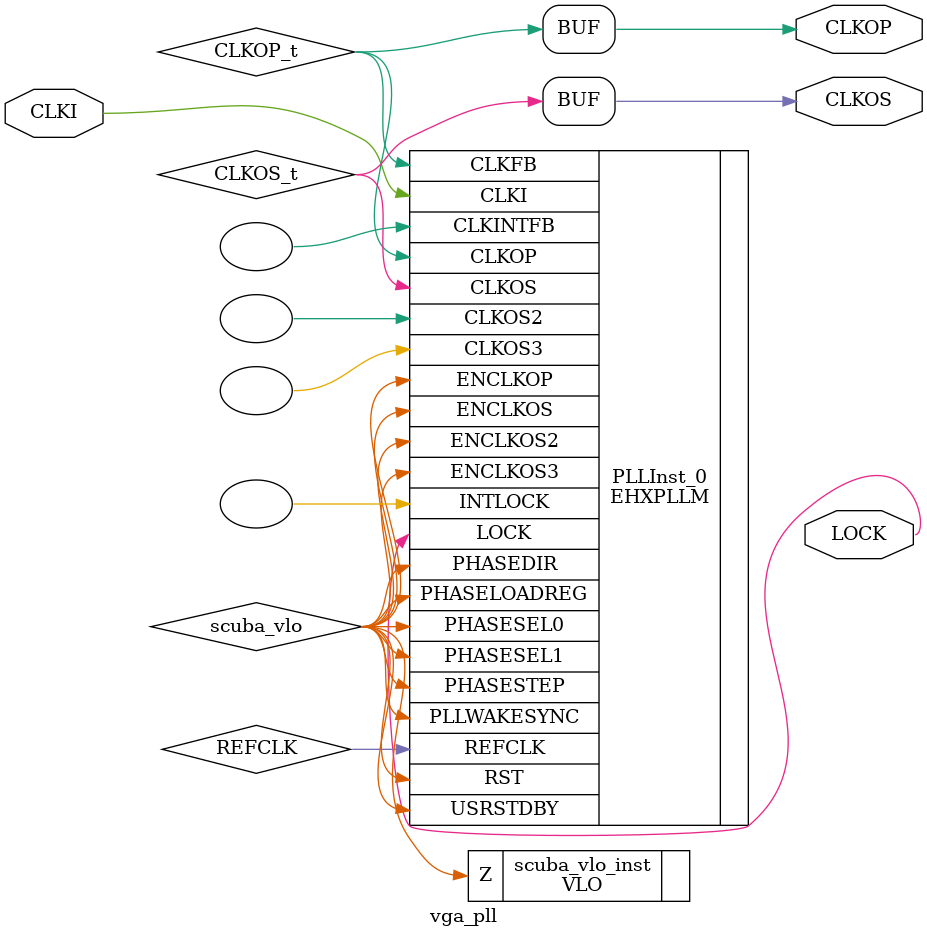
<source format=v>
/* Verilog netlist generated by SCUBA Diamond (64-bit) 3.12.0.240.2 */
/* Module Version: 5.7 */
/* C:\tools\lattice\diamond\diamond\3.12\ispfpga\bin\nt64\scuba.exe -w -n vga_pll -lang verilog -synth lse -bus_exp 7 -bb -arch sn5w00 -type pll -fin 16 -fclkop 16 -fclkop_tol 0.0 -fclkos 166.4 -fclkos_tol 0.0 -phases 0 -phase_cntl STATIC -lock -fb_mode 1 -fdc C:/work/cypress/sx3/designs/gitlab/explorer_kit/sx3_live_aud_vga_vid_explorer_fpga_des/source/ip/vga_pll/vga_pll.fdc  */
/* Thu Jul 08 20:00:15 2021 */


`timescale 1 ns / 1 ps
module vga_pll (CLKI, CLKOP, CLKOS, LOCK)/* synthesis NGD_DRC_MASK=1 */;
    input wire CLKI;
    output wire CLKOP;
    output wire CLKOS;
    output wire LOCK;

    wire REFCLK;
    wire CLKOS_t;
    wire CLKOP_t;
    wire scuba_vhi;
    wire scuba_vlo;

    VHI scuba_vhi_inst (.Z(scuba_vhi));

    VLO scuba_vlo_inst (.Z(scuba_vlo));

    defparam PLLInst_0.PLLRST_ENA = "DISABLED" ;
    defparam PLLInst_0.INTFB_WAKE = "DISABLED" ;
    defparam PLLInst_0.STDBY_ENABLE = "DISABLED" ;
    defparam PLLInst_0.DPHASE_SOURCE = "DISABLED" ;
    defparam PLLInst_0.CLKOS3_FPHASE = 0 ;
    defparam PLLInst_0.CLKOS3_CPHASE = 0 ;
    defparam PLLInst_0.CLKOS2_FPHASE = 0 ;
    defparam PLLInst_0.CLKOS2_CPHASE = 0 ;
    defparam PLLInst_0.CLKOS_FPHASE = 0 ;
    defparam PLLInst_0.CLKOS_CPHASE = 4 ;
    defparam PLLInst_0.CLKOP_FPHASE = 0 ;
    defparam PLLInst_0.CLKOP_CPHASE = 51 ;
    defparam PLLInst_0.PLL_LOCK_MODE = 0 ;
    defparam PLLInst_0.CLKOS_TRIM_DELAY = 0 ;
    defparam PLLInst_0.CLKOS_TRIM_POL = "FALLING" ;
    defparam PLLInst_0.CLKOP_TRIM_DELAY = 0 ;
    defparam PLLInst_0.CLKOP_TRIM_POL = "FALLING" ;
    defparam PLLInst_0.OUTDIVIDER_MUXD = "DIVD" ;
    defparam PLLInst_0.CLKOS3_ENABLE = "DISABLED" ;
    defparam PLLInst_0.OUTDIVIDER_MUXC = "DIVC" ;
    defparam PLLInst_0.CLKOS2_ENABLE = "DISABLED" ;
    defparam PLLInst_0.OUTDIVIDER_MUXB = "DIVB" ;
    defparam PLLInst_0.CLKOS_ENABLE = "ENABLED" ;
    defparam PLLInst_0.OUTDIVIDER_MUXA = "DIVA" ;
    defparam PLLInst_0.CLKOP_ENABLE = "ENABLED" ;
    defparam PLLInst_0.CLKOS3_DIV = 1 ;
    defparam PLLInst_0.CLKOS2_DIV = 1 ;
    defparam PLLInst_0.CLKOS_DIV = 5 ;
    defparam PLLInst_0.CLKOP_DIV = 52 ;
    defparam PLLInst_0.CLKFB_DIV = 1 ;
    defparam PLLInst_0.CLKI_DIV = 1 ;
    defparam PLLInst_0.FEEDBK_PATH = "CLKOP" ;
    EHXPLLM PLLInst_0 (.CLKI(CLKI), .CLKFB(CLKOP_t), .PHASESEL1(scuba_vlo), 
        .PHASESEL0(scuba_vlo), .PHASEDIR(scuba_vlo), .PHASESTEP(scuba_vlo), 
        .PHASELOADREG(scuba_vlo), .USRSTDBY(scuba_vlo), .PLLWAKESYNC(scuba_vlo), 
        .RST(scuba_vlo), .ENCLKOP(scuba_vlo), .ENCLKOS(scuba_vlo), .ENCLKOS2(scuba_vlo), 
        .ENCLKOS3(scuba_vlo), .CLKOP(CLKOP_t), .CLKOS(CLKOS_t), .CLKOS2(), 
        .CLKOS3(), .LOCK(LOCK), .INTLOCK(), .REFCLK(REFCLK), .CLKINTFB())
             /* synthesis FREQUENCY_PIN_CLKOS="166.400000" */
             /* synthesis FREQUENCY_PIN_CLKOP="16.000000" */
             /* synthesis FREQUENCY_PIN_CLKI="16.000000" */
             /* synthesis ICP_CURRENT="6" */
             /* synthesis LPF_RESISTOR="16" */;

    assign CLKOS = CLKOS_t;
    assign CLKOP = CLKOP_t;


    // exemplar begin
    // exemplar attribute PLLInst_0 FREQUENCY_PIN_CLKOS 166.400000
    // exemplar attribute PLLInst_0 FREQUENCY_PIN_CLKOP 16.000000
    // exemplar attribute PLLInst_0 FREQUENCY_PIN_CLKI 16.000000
    // exemplar attribute PLLInst_0 ICP_CURRENT 6
    // exemplar attribute PLLInst_0 LPF_RESISTOR 16
    // exemplar end

endmodule

</source>
